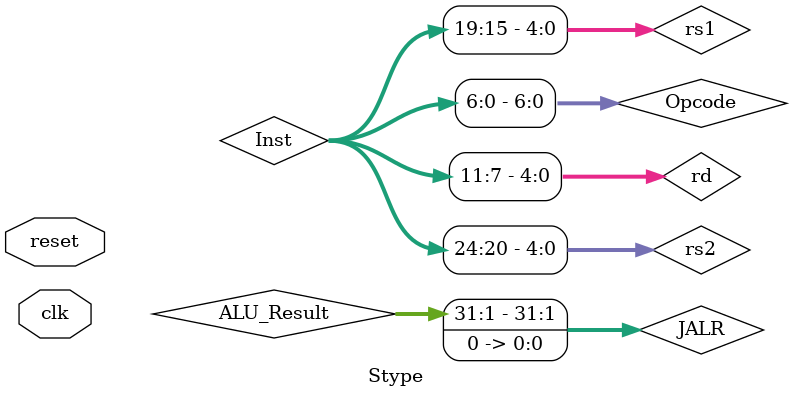
<source format=v>
`timescale 1ns / 1ps


module Stype 	( 
					input clk,
					input reset
					);
					
//	Inicialización de variables para el PC Regsiter
wire [31:0] PC;
wire [31:0] PC4;
wire [31:0] NextPC;	
PC RegPC (														//Inicializa Módulo PC
    .clk(clk), 												//Entrada de clock
    .NextPC(NextPC), 												//Entrada Dirección PC
    .PC(PC)														//Salida PC actualizado
    );
PC4 RegPC4 (													//Inicializa el Sumador de PC + 4
    .PC(PC), 													//Entrada PC actualizado
    .PC4(PC4)													//Salida PC4 = PC+4
    );

//	Inicialización de variables para la Instruction Memory
wire [31:0] Inst;
InstructionMemory IM (								//Inicializa funcion de Memoria Instrucciones
    .A(PC), 									//Entrada de PCactualizado
    .RD(Inst)													//Salida Rd
    );

//	Inicializacion de variables para la UC
wire [6:0] Opcode;
wire JumpPC,JumpRD,MemToReg,ALUscr,RegWrite;
wire [3:0] ALUOp;
//	Asignacion de bits para la UC
assign Opcode = Inst [6:0];
UC CU (								
    .Opcode(Opcode), 					
	 .ForceJump(ForceJump),
	 .Branch(Branch),
	 .JumpPC(JumpPC),
	 .JumpRD(JumpRD),
	 .MemToReg(MemToReg),
	 .MemWrite(MemWrite),
	 .ALUscr(ALUscr),
	 .LUIscr(LUIscr),
	 .ALUOp(ALUOp),
	 .RegWrite(RegWrite)
    );

//	Inicialización de variables para el Register File
wire [4:0] rs1;									
wire [4:0] rs2;
wire [4:0] rd;
wire [31:0] RD1;
wire [31:0] RD2;
wire [31:0] WD3;
//Asignacion de bits para los Address
assign rd = Inst [11:7];
assign rs1 = Inst [19:15];
assign rs2 = Inst [24:20];
RegisterFile RF (						//Inicializa funcion de banco de registros
    .clk(clk), 										//Entrada de clock
    .A1(rs1), 												//Entrada A1
    .A2(rs2), 												//Entrada A2
    .A3(rd), 												//Entrada A3
    .WE3(RegWrite), 											//Entrada WE3
    .WD3(WD3), 							//Entrada de salida de la ALU
    .reset(reset), 										//Entrada del reset
    .RD1(RD1), 											//Salida RD1
    .RD2(RD2)												//Salida RD2
    );

//	Inicializacion de variables para el Immediate Generator
wire [31:0] Imm;
ImmGenerator IG (									
    .Inst(Inst), 									
    .Imm(Imm)								
    );
 
//	Inicializacion de variables para el Mux que decide entre RD2 o un valor inmediato
wire [31:0] RD2orImm;
Mux2to1 MuxRD2orImm (								
    .Sel(ALUscr),	
    .A(RD2), 											
    .B(Imm), 										
    .C(RD2orImm)													
    );

//	Inicializacion de variables para la ALU Control
wire [2:0] Funct3;
wire [6:0] Funct7;
wire [4:0] ALU_Control;
assign Funct3 = Inst[14:12];
assign Funct7 = Inst[31:25];
ALUControl AC (
	 .ALUOp(ALUOp),
	 .Funct75(Funct7[5]),
	 .Funct70(Funct7[0]),
	 .Funct3(Funct3),
	 .ALU_Control(ALU_Control)	
	 );

//	Inicializacion de variables para la ALU	 
wire [31:0] ALU_Result;
Alu ALU (													//Inicializacion de la funcion de la ALU
    .RD1(RD1), 												//Entrada RD1
    .RD2(RD2orImm), 												//Entrada RD2
    .ALU_Control(ALU_Control), 									//Entrada de ALU_Sel (seleccionador de alu)
    .ALU_Result(ALU_Result), 									//Salida ALU_Out
    .Zero(Zero)											//Condicion not equal
    );

//	Inicializacion de variables para el Mux que decide entre PC+4 o JALR
wire [31:0] JALR;							
assign JALR = {ALU_Result[31:1],1'b0};	
Mux2to1 MuxNextPC (
    .Sel(JumpPC), 
    .A(PC4), 
    .B(JALR), 
    .C(NextPC)
    );

//	Inicializacion de variables para el Store Logic	 
wire [31:0] NDS;
wire [3:0] BE;	 
StoreLogic SL (						//Inicializacion de la funcion UnidadDeMemoria
    .D(RD2), 										//Entrada de clock a UnidadDeMemoria
    .ALU(ALU_Result[1:0]), 											//Entrada de ALU_Out
    .DT(Inst[13]), 												//Entrada de WE												
    .ND(NDS),	
	 .BE(BE)		
    );

//	Inicializacion de variables para la Data Memory
wire [31:0] RD;
DataMemory DM (						//Inicializacion de la funcion UnidadDeMemoria
    .clk(clk), 										//Entrada de clock a UnidadDeMemoria
    .WE(MemWrite), 												//Entrada de WE
	 .BE(BE), 												//Entrada de WE
	 .A(ALU_Result), 											//Entrada de ALU_Out
    .WD(NDS), 												//Entrada de RD2
    .RD(RD)									//Salida de SalidaMemoria
    );
	 
//	Inicializacion de variables para el Load Logic	 
wire [31:0] NDL;	 
LoadLogic LL (						//Inicializacion de la funcion UnidadDeMemoria
    .D(RD), 										//Entrada de clock a UnidadDeMemoria
    .ALU(ALU_Result[1:0]), 											//Entrada de ALU_Out
    .DT(Inst[13]), 												//Entrada de WE
    .Sign(Inst[14]), 												
    .ND(NDL)									
    );
	 
//Inicializacion de variables para el Mux que decide entre el resultado de la ALU o el contenido de Data Memory
wire [31:0] ALUorMEM;
Mux2to1 MuxALUorMEM (		
	 .Sel(MemToReg), 			
    .A(ALU_Result),											
    .B(NDL), 									
    .C(ALUorMEM)								
    );
//Inicializacion del Mux que decide entre la salida del Mux ALUorMEM o PC+4 
Mux2to1 MuxWD3 (										
	 .Sel(JumpRD), 			
    .A(ALUorMEM),											
    .B(PC4), 									
    .C(WD3)								
    );	 
endmodule

</source>
